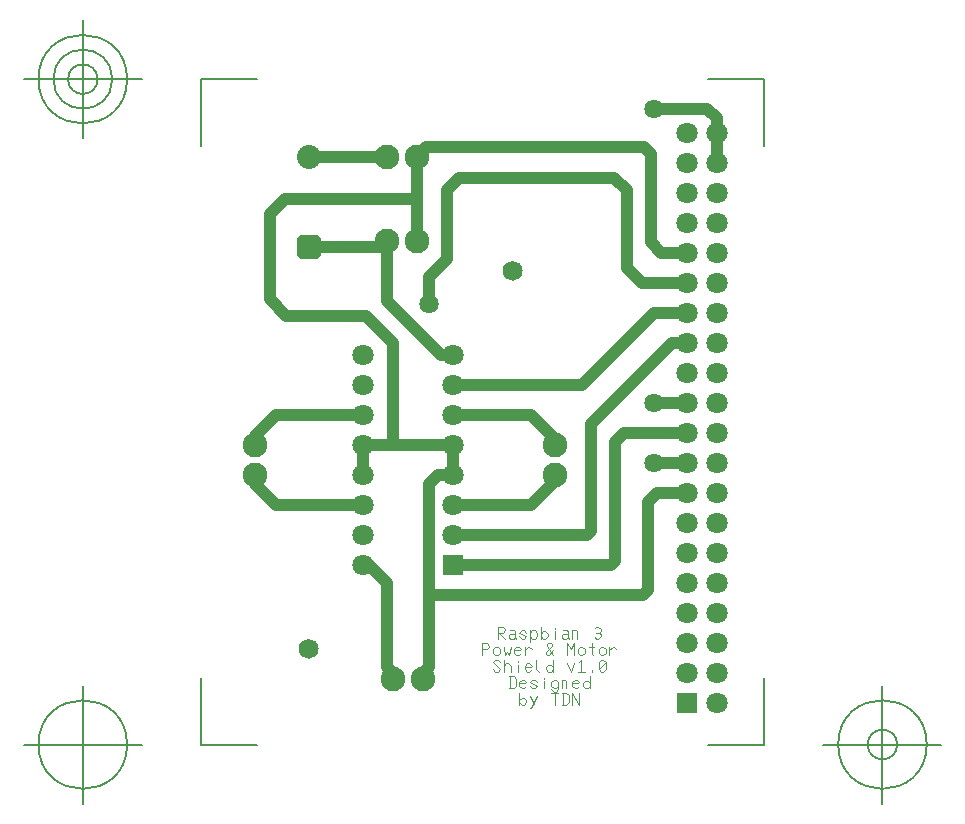
<source format=gbr>
G04 Generated by Ultiboard 14.0 *
%FSLAX34Y34*%
%MOMM*%

%ADD10C,0.0001*%
%ADD11C,0.0013*%
%ADD12C,1.0160*%
%ADD13C,0.0933*%
%ADD14C,0.1270*%
%ADD15C,1.6350*%
%ADD16C,1.8034*%
%ADD17R,1.8034X1.8034*%
%ADD18C,2.0954*%
%ADD19R,1.1854X1.1854*%
%ADD20C,0.8466*%
%ADD21C,2.0320*%


G04 ColorRGB 00FF00 for the following layer *
%LNCopper Top*%
%LPD*%
G54D10*
G36*
X22448Y111760D02*
G75*
D01*
G02X22448Y111760I8032J0*
G01*
D02*
G37*
G36*
X-150272Y-208280D02*
G75*
D01*
G02X-150272Y-208280I8032J0*
G01*
D02*
G37*
G54D11*
X22448Y111760D02*
G75*
D01*
G02X22448Y111760I8032J0*
G01*
X-150272Y-208280D02*
G75*
D01*
G02X-150272Y-208280I8032J0*
G01*
G54D12*
X-76200Y208280D02*
X-142240Y208280D01*
X-76200Y137160D02*
X-81280Y132080D01*
X-142240Y132080D01*
X-50800Y208280D02*
X-50800Y137160D01*
X-162560Y172720D02*
X-50800Y172720D01*
X-40640Y-223520D02*
X-45720Y-228600D01*
X-45720Y-233680D01*
X-40640Y-157480D02*
X-40640Y-223520D01*
X-76200Y86360D02*
X-76200Y137160D01*
X-30480Y40640D02*
X-76200Y86360D01*
X-71120Y-228600D02*
X-76200Y-223520D01*
X-76200Y-152400D02*
X-91440Y-137160D01*
X177800Y76200D02*
X172720Y76200D01*
X-91440Y-137160D02*
X-96520Y-137160D01*
X-76200Y-223520D02*
X-76200Y-152400D01*
X-71120Y-228600D02*
X-71120Y-233680D01*
X-25400Y40640D02*
X-30480Y40640D01*
X177800Y50800D02*
X165100Y50800D01*
X-20320Y40640D02*
X-25400Y40640D01*
X149860Y76200D02*
X88900Y15240D01*
X-20320Y15240D01*
X172720Y76200D02*
X149860Y76200D01*
X-42436Y216644D02*
X141496Y216644D01*
X-42436Y216644D02*
X-50800Y208280D01*
X-50800Y197068D01*
X116404Y190500D02*
X127000Y179904D01*
X127000Y114300D02*
X139700Y101600D01*
X177800Y101600D01*
X127000Y179904D02*
X127000Y114300D01*
X-40640Y106680D02*
X-25400Y121920D01*
X-40640Y106680D02*
X-40640Y83820D01*
X-25400Y180340D02*
X-15240Y190500D01*
X116404Y190500D01*
X-25400Y121920D02*
X-25400Y180340D01*
X140752Y-162560D02*
X-40640Y-162560D01*
X-40640Y-157480D02*
X-40640Y-68580D01*
X-33020Y-60960D02*
X-20320Y-60960D01*
X-40640Y-68580D02*
X-33020Y-60960D01*
X-20320Y-35560D02*
X-20320Y-60960D01*
X-71120Y-35124D02*
X-71120Y50800D01*
X-96520Y-35560D02*
X-20320Y-35560D01*
X-96520Y-35560D02*
X-96520Y-60960D01*
X177800Y0D02*
X149860Y0D01*
X96520Y-108784D02*
X93544Y-111760D01*
X165100Y50800D02*
X96520Y-17780D01*
X93544Y-111760D02*
X-20320Y-111760D01*
X96520Y-17780D02*
X96520Y-108784D01*
X116840Y-134184D02*
X113864Y-137160D01*
X-20320Y-137160D01*
X124460Y-25400D02*
X116840Y-33020D01*
X177800Y-25400D02*
X124460Y-25400D01*
X116840Y-33020D02*
X116840Y-134184D01*
X144780Y-158532D02*
X140752Y-162560D01*
X152400Y-76200D02*
X144780Y-83820D01*
X144780Y-158532D01*
X177800Y-76200D02*
X152400Y-76200D01*
X177800Y-50800D02*
X149860Y-50800D01*
X195144Y248920D02*
X203200Y240864D01*
X149860Y248920D02*
X195144Y248920D01*
X203200Y240864D02*
X203200Y203200D01*
X141496Y216644D02*
X147320Y210820D01*
X147320Y136108D02*
X156428Y127000D01*
X177800Y127000D01*
X147320Y210820D02*
X147320Y136108D01*
X-187960Y-27940D02*
X-187960Y-35560D01*
X-187960Y-68580D02*
X-187960Y-60960D01*
X-170180Y-86360D02*
X-187960Y-68580D01*
X45720Y-10160D02*
X-20320Y-10160D01*
X66040Y-35560D02*
X66040Y-30480D01*
X66040Y-60960D02*
X66040Y-66040D01*
X45720Y-86360D01*
X-20320Y-86360D01*
X66040Y-30480D02*
X45720Y-10160D01*
X-170180Y-10160D02*
X-187960Y-27940D01*
X-170180Y-10160D02*
X-96520Y-10160D01*
X-170180Y-86360D02*
X-96520Y-86360D01*
X-71120Y50800D02*
X-93980Y73660D01*
X-175260Y160020D02*
X-162560Y172720D01*
X-161072Y73660D02*
X-175260Y87848D01*
X-93980Y73660D02*
X-161072Y73660D01*
X-175260Y87848D02*
X-175260Y160020D01*
G54D13*
X18316Y-199580D02*
X18316Y-189580D01*
X22298Y-189580D01*
X24289Y-191580D01*
X24289Y-192580D01*
X22298Y-194580D01*
X18316Y-194580D01*
X19311Y-194580D02*
X24289Y-199580D01*
X28271Y-192580D02*
X31258Y-192580D01*
X32253Y-193580D01*
X32253Y-198580D01*
X31258Y-199580D01*
X28271Y-199580D01*
X27276Y-198580D01*
X27276Y-196580D01*
X28271Y-195580D01*
X32253Y-195580D01*
X32253Y-198580D02*
X33249Y-199580D01*
X36236Y-197580D02*
X38227Y-199580D01*
X40218Y-199580D01*
X42209Y-197580D01*
X36236Y-194580D01*
X38227Y-192580D01*
X40218Y-192580D01*
X42209Y-194580D01*
X45196Y-197580D02*
X47187Y-199580D01*
X49178Y-199580D01*
X51169Y-197580D01*
X51169Y-194580D01*
X49178Y-192580D01*
X47187Y-192580D01*
X45196Y-194580D01*
X45196Y-202580D02*
X45196Y-192580D01*
X54156Y-197580D02*
X56147Y-199580D01*
X58138Y-199580D01*
X60129Y-197580D01*
X60129Y-195580D01*
X58138Y-193580D01*
X56147Y-193580D01*
X54156Y-195580D01*
X54156Y-189580D02*
X54156Y-199580D01*
X66102Y-199580D02*
X66102Y-193580D01*
X66102Y-191580D02*
X66102Y-190580D01*
X73071Y-192580D02*
X76058Y-192580D01*
X77053Y-193580D01*
X77053Y-198580D01*
X76058Y-199580D01*
X73071Y-199580D01*
X72076Y-198580D01*
X72076Y-196580D01*
X73071Y-195580D01*
X77053Y-195580D01*
X77053Y-198580D02*
X78049Y-199580D01*
X81036Y-199580D02*
X81036Y-193580D01*
X81036Y-192580D01*
X81036Y-193580D02*
X82031Y-192580D01*
X84022Y-192580D01*
X85018Y-193580D01*
X85018Y-199580D01*
X99951Y-190580D02*
X100947Y-189580D01*
X102938Y-189580D01*
X104929Y-191580D01*
X104929Y-193580D01*
X103933Y-194580D01*
X104929Y-195580D01*
X104929Y-197580D01*
X102938Y-199580D01*
X100947Y-199580D01*
X99951Y-198580D01*
X100947Y-194580D02*
X103933Y-194580D01*
X4876Y-213580D02*
X4876Y-203580D01*
X8858Y-203580D01*
X10849Y-205580D01*
X10849Y-206580D01*
X8858Y-208580D01*
X4876Y-208580D01*
X13836Y-211580D02*
X15827Y-213580D01*
X17818Y-213580D01*
X19809Y-211580D01*
X19809Y-208580D01*
X17818Y-206580D01*
X15827Y-206580D01*
X13836Y-208580D01*
X13836Y-211580D01*
X22796Y-206580D02*
X23791Y-213580D01*
X25782Y-210580D01*
X27773Y-213580D01*
X28769Y-206580D01*
X37729Y-211580D02*
X35738Y-213580D01*
X33747Y-213580D01*
X31756Y-211580D01*
X31756Y-208580D01*
X33747Y-206580D01*
X35738Y-206580D01*
X37729Y-208580D01*
X36733Y-209580D01*
X31756Y-209580D01*
X40716Y-209580D02*
X43702Y-206580D01*
X44698Y-206580D01*
X46689Y-208580D01*
X40716Y-213580D02*
X40716Y-206580D01*
X64609Y-213580D02*
X59631Y-205580D01*
X59631Y-204580D01*
X60627Y-203580D01*
X62618Y-203580D01*
X63613Y-204580D01*
X63613Y-205580D01*
X58636Y-210580D01*
X58636Y-212580D01*
X59631Y-213580D01*
X61622Y-213580D01*
X64609Y-209580D01*
X76556Y-213580D02*
X76556Y-203580D01*
X79542Y-208580D01*
X82529Y-203580D01*
X82529Y-213580D01*
X85516Y-211580D02*
X87507Y-213580D01*
X89498Y-213580D01*
X91489Y-211580D01*
X91489Y-208580D01*
X89498Y-206580D01*
X87507Y-206580D01*
X85516Y-208580D01*
X85516Y-211580D01*
X99453Y-212580D02*
X98458Y-213580D01*
X97462Y-212580D01*
X97462Y-203580D01*
X95471Y-206580D02*
X99453Y-206580D01*
X103436Y-211580D02*
X105427Y-213580D01*
X107418Y-213580D01*
X109409Y-211580D01*
X109409Y-208580D01*
X107418Y-206580D01*
X105427Y-206580D01*
X103436Y-208580D01*
X103436Y-211580D01*
X112396Y-209580D02*
X115382Y-206580D01*
X116378Y-206580D01*
X118369Y-208580D01*
X112396Y-213580D02*
X112396Y-206580D01*
X13836Y-225580D02*
X15827Y-227580D01*
X17818Y-227580D01*
X19809Y-225580D01*
X13836Y-219580D01*
X15827Y-217580D01*
X17818Y-217580D01*
X19809Y-219580D01*
X22796Y-222580D02*
X24787Y-220580D01*
X26778Y-220580D01*
X28769Y-222580D01*
X28769Y-227580D01*
X22796Y-217580D02*
X22796Y-227580D01*
X34742Y-227580D02*
X34742Y-221580D01*
X34742Y-219580D02*
X34742Y-218580D01*
X46689Y-225580D02*
X44698Y-227580D01*
X42707Y-227580D01*
X40716Y-225580D01*
X40716Y-222580D01*
X42707Y-220580D01*
X44698Y-220580D01*
X46689Y-222580D01*
X45693Y-223580D01*
X40716Y-223580D01*
X50671Y-217580D02*
X50671Y-225580D01*
X52662Y-227580D01*
X64609Y-225580D02*
X62618Y-227580D01*
X60627Y-227580D01*
X58636Y-225580D01*
X58636Y-223580D01*
X60627Y-221580D01*
X62618Y-221580D01*
X64609Y-223580D01*
X64609Y-217580D02*
X64609Y-227580D01*
X76556Y-220580D02*
X79542Y-227580D01*
X82529Y-220580D01*
X86511Y-219580D02*
X88502Y-217580D01*
X88502Y-227580D01*
X85516Y-227580D02*
X91489Y-227580D01*
X97462Y-227580D02*
X97462Y-226580D01*
X103436Y-219580D02*
X105427Y-217580D01*
X107418Y-217580D01*
X109409Y-219580D01*
X109409Y-225580D01*
X107418Y-227580D01*
X105427Y-227580D01*
X103436Y-225580D01*
X103436Y-219580D01*
X109409Y-219580D02*
X103436Y-225580D01*
X27276Y-241580D02*
X31258Y-241580D01*
X33249Y-239580D01*
X33249Y-233580D01*
X31258Y-231580D01*
X27276Y-231580D01*
X28271Y-231580D02*
X28271Y-241580D01*
X42209Y-239580D02*
X40218Y-241580D01*
X38227Y-241580D01*
X36236Y-239580D01*
X36236Y-236580D01*
X38227Y-234580D01*
X40218Y-234580D01*
X42209Y-236580D01*
X41213Y-237580D01*
X36236Y-237580D01*
X45196Y-239580D02*
X47187Y-241580D01*
X49178Y-241580D01*
X51169Y-239580D01*
X45196Y-236580D01*
X47187Y-234580D01*
X49178Y-234580D01*
X51169Y-236580D01*
X57142Y-241580D02*
X57142Y-235580D01*
X57142Y-233580D02*
X57142Y-232580D01*
X63116Y-242580D02*
X65107Y-244580D01*
X67098Y-244580D01*
X69089Y-242580D01*
X69089Y-239580D01*
X69089Y-236580D01*
X67098Y-234580D01*
X65107Y-234580D01*
X63116Y-236580D01*
X63116Y-239580D01*
X65107Y-241580D01*
X67098Y-241580D01*
X69089Y-239580D01*
X72076Y-241580D02*
X72076Y-235580D01*
X72076Y-234580D01*
X72076Y-235580D02*
X73071Y-234580D01*
X75062Y-234580D01*
X76058Y-235580D01*
X76058Y-241580D01*
X87009Y-239580D02*
X85018Y-241580D01*
X83027Y-241580D01*
X81036Y-239580D01*
X81036Y-236580D01*
X83027Y-234580D01*
X85018Y-234580D01*
X87009Y-236580D01*
X86013Y-237580D01*
X81036Y-237580D01*
X95969Y-239580D02*
X93978Y-241580D01*
X91987Y-241580D01*
X89996Y-239580D01*
X89996Y-237580D01*
X91987Y-235580D01*
X93978Y-235580D01*
X95969Y-237580D01*
X95969Y-231580D02*
X95969Y-241580D01*
X36236Y-253580D02*
X38227Y-255580D01*
X40218Y-255580D01*
X42209Y-253580D01*
X42209Y-251580D01*
X40218Y-249580D01*
X38227Y-249580D01*
X36236Y-251580D01*
X36236Y-245580D02*
X36236Y-255580D01*
X45196Y-258580D02*
X46191Y-258580D01*
X51169Y-248580D01*
X45196Y-248580D02*
X48182Y-254580D01*
X66102Y-255580D02*
X66102Y-245580D01*
X63116Y-245580D02*
X69089Y-245580D01*
X72076Y-255580D02*
X76058Y-255580D01*
X78049Y-253580D01*
X78049Y-247580D01*
X76058Y-245580D01*
X72076Y-245580D01*
X73071Y-245580D02*
X73071Y-255580D01*
X81036Y-255580D02*
X81036Y-245580D01*
X87009Y-255580D01*
X87009Y-245580D01*
G54D14*
X-233433Y-289306D02*
X-233433Y-232969D01*
X-233433Y-289306D02*
X-185731Y-289306D01*
X243586Y-289306D02*
X195884Y-289306D01*
X243586Y-289306D02*
X243586Y-232969D01*
X243586Y274066D02*
X243586Y217729D01*
X243586Y274066D02*
X195884Y274066D01*
X-233433Y274066D02*
X-185731Y274066D01*
X-233433Y274066D02*
X-233433Y217729D01*
X-283433Y-289306D02*
X-383433Y-289306D01*
X-333433Y-339306D02*
X-333433Y-239306D01*
X-370933Y-289306D02*
G75*
D01*
G02X-370933Y-289306I37500J0*
G01*
X293586Y-289306D02*
X393586Y-289306D01*
X343586Y-339306D02*
X343586Y-239306D01*
X306086Y-289306D02*
G75*
D01*
G02X306086Y-289306I37500J0*
G01*
X331086Y-289306D02*
G75*
D01*
G02X331086Y-289306I12500J0*
G01*
X-283433Y274066D02*
X-383433Y274066D01*
X-333433Y224066D02*
X-333433Y324066D01*
X-370933Y274066D02*
G75*
D01*
G02X-370933Y274066I37500J0*
G01*
X-358433Y274066D02*
G75*
D01*
G02X-358433Y274066I25000J0*
G01*
X-345933Y274066D02*
G75*
D01*
G02X-345933Y274066I12500J0*
G01*
G54D15*
X-40640Y83820D03*
X149860Y0D03*
X149860Y-50800D03*
X149860Y248920D03*
G54D16*
X203200Y-127000D03*
X177800Y-228600D03*
X177800Y-203200D03*
X177800Y-177800D03*
X177800Y-152400D03*
X177800Y-127000D03*
X177800Y-101600D03*
X177800Y-76200D03*
X177800Y-50800D03*
X177800Y-25400D03*
X177800Y0D03*
X177800Y25400D03*
X177800Y50800D03*
X177800Y76200D03*
X177800Y101600D03*
X177800Y127000D03*
X177800Y152400D03*
X177800Y177800D03*
X177800Y203200D03*
X177800Y228600D03*
X203200Y-254000D03*
X203200Y-228600D03*
X203200Y-203200D03*
X203200Y-177800D03*
X203200Y-152400D03*
X203200Y-101600D03*
X203200Y-76200D03*
X203200Y-50800D03*
X203200Y-25400D03*
X203200Y0D03*
X203200Y25400D03*
X203200Y50800D03*
X203200Y76200D03*
X203200Y101600D03*
X203200Y127000D03*
X203200Y152400D03*
X203200Y177800D03*
X203200Y203200D03*
X203200Y228600D03*
X-20320Y-35560D03*
X-96520Y-137160D03*
X-20320Y-86360D03*
X-20320Y-111760D03*
X-20320Y-60960D03*
X-20320Y-10160D03*
X-20320Y15240D03*
X-20320Y40640D03*
X-96520Y15240D03*
X-96520Y-60960D03*
X-96520Y-86360D03*
X-96520Y-111760D03*
X-96520Y-10160D03*
X-96520Y-35560D03*
X-96520Y40640D03*
G54D17*
X177800Y-254000D03*
X-20320Y-137160D03*
G54D18*
X-76200Y208280D03*
X-50800Y208280D03*
X-76200Y137160D03*
X-50800Y137160D03*
X-71120Y-233680D03*
X-45720Y-233680D03*
X66040Y-60960D03*
X66040Y-35560D03*
X-187960Y-60960D03*
X-187960Y-35560D03*
G54D19*
X-142240Y132080D03*
G54D20*
X-148167Y126153D02*
X-136313Y126153D01*
X-136313Y138007D01*
X-148167Y138007D01*
X-148167Y126153D01*D02*
G54D21*
X-142240Y208280D03*

M02*

</source>
